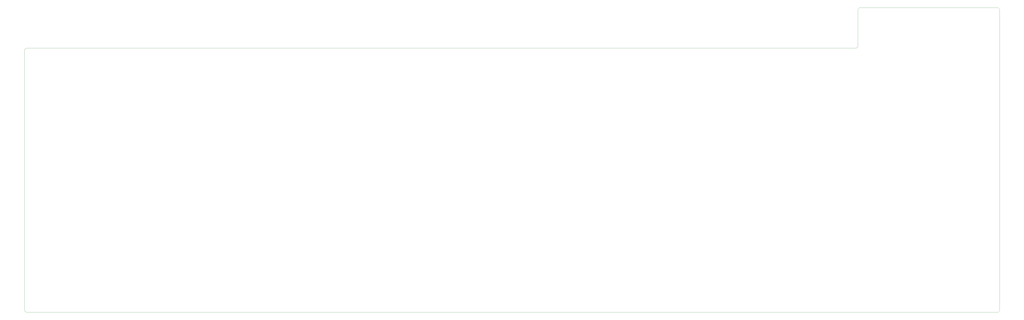
<source format=gbr>
%TF.GenerationSoftware,KiCad,Pcbnew,(6.0.5)*%
%TF.CreationDate,2022-08-07T16:14:43-07:00*%
%TF.ProjectId,Dreadnoughtus,44726561-646e-46f7-9567-687475732e6b,rev?*%
%TF.SameCoordinates,Original*%
%TF.FileFunction,Profile,NP*%
%FSLAX46Y46*%
G04 Gerber Fmt 4.6, Leading zero omitted, Abs format (unit mm)*
G04 Created by KiCad (PCBNEW (6.0.5)) date 2022-08-07 16:14:43*
%MOMM*%
%LPD*%
G01*
G04 APERTURE LIST*
%TA.AperFunction,Profile*%
%ADD10C,0.100000*%
%TD*%
G04 APERTURE END LIST*
D10*
X519659124Y-18646947D02*
X519659124Y-172634447D01*
X518865374Y-173428197D01*
X23565374Y-173428197D01*
X22771624Y-172634447D01*
X22771624Y-39284447D01*
X23565374Y-38490697D01*
X446634124Y-38490697D01*
X447427874Y-37696947D01*
X447427874Y-18646947D01*
X448221624Y-17853197D01*
X518865374Y-17853197D01*
X519659124Y-18646947D01*
M02*

</source>
